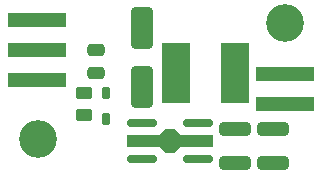
<source format=gbr>
%TF.GenerationSoftware,KiCad,Pcbnew,8.0.2-8.0.2-0~ubuntu22.04.1*%
%TF.CreationDate,2024-06-21T12:27:00+02:00*%
%TF.ProjectId,PT4115-Miniboard,50543431-3135-42d4-9d69-6e69626f6172,rev?*%
%TF.SameCoordinates,Original*%
%TF.FileFunction,Soldermask,Top*%
%TF.FilePolarity,Negative*%
%FSLAX46Y46*%
G04 Gerber Fmt 4.6, Leading zero omitted, Abs format (unit mm)*
G04 Created by KiCad (PCBNEW 8.0.2-8.0.2-0~ubuntu22.04.1) date 2024-06-21 12:27:00*
%MOMM*%
%LPD*%
G01*
G04 APERTURE LIST*
G04 Aperture macros list*
%AMRoundRect*
0 Rectangle with rounded corners*
0 $1 Rounding radius*
0 $2 $3 $4 $5 $6 $7 $8 $9 X,Y pos of 4 corners*
0 Add a 4 corners polygon primitive as box body*
4,1,4,$2,$3,$4,$5,$6,$7,$8,$9,$2,$3,0*
0 Add four circle primitives for the rounded corners*
1,1,$1+$1,$2,$3*
1,1,$1+$1,$4,$5*
1,1,$1+$1,$6,$7*
1,1,$1+$1,$8,$9*
0 Add four rect primitives between the rounded corners*
20,1,$1+$1,$2,$3,$4,$5,0*
20,1,$1+$1,$4,$5,$6,$7,0*
20,1,$1+$1,$6,$7,$8,$9,0*
20,1,$1+$1,$8,$9,$2,$3,0*%
%AMFreePoly0*
4,1,13,0.900000,0.500000,3.600000,0.500000,3.600000,-0.500000,0.900000,-0.500000,0.400000,-1.000000,-0.400000,-1.000000,-0.900000,-0.500000,-3.600000,-0.500000,-3.600000,0.500000,-0.900000,0.500000,-0.400000,1.000000,0.400000,1.000000,0.900000,0.500000,0.900000,0.500000,$1*%
G04 Aperture macros list end*
%ADD10R,5.000000X1.300000*%
%ADD11RoundRect,0.175000X-1.075000X-0.175000X1.075000X-0.175000X1.075000X0.175000X-1.075000X0.175000X0*%
%ADD12FreePoly0,0.000000*%
%ADD13C,3.200000*%
%ADD14RoundRect,0.250000X-1.075000X0.312500X-1.075000X-0.312500X1.075000X-0.312500X1.075000X0.312500X0*%
%ADD15R,2.350000X5.100000*%
%ADD16RoundRect,0.150000X0.150000X-0.400000X0.150000X0.400000X-0.150000X0.400000X-0.150000X-0.400000X0*%
%ADD17RoundRect,0.250000X-0.650000X1.500000X-0.650000X-1.500000X0.650000X-1.500000X0.650000X1.500000X0*%
%ADD18RoundRect,0.250000X0.475000X-0.250000X0.475000X0.250000X-0.475000X0.250000X-0.475000X-0.250000X0*%
%ADD19RoundRect,0.250000X0.450000X-0.262500X0.450000X0.262500X-0.450000X0.262500X-0.450000X-0.262500X0*%
G04 APERTURE END LIST*
D10*
%TO.C,J5*%
X133750000Y-108040000D03*
%TD*%
D11*
%TO.C,U1*%
X142650000Y-111750000D03*
D12*
X145000000Y-113250000D03*
D11*
X142650000Y-114750000D03*
X147350000Y-114750000D03*
X147350000Y-111750000D03*
%TD*%
D10*
%TO.C,J6*%
X133750000Y-102960000D03*
%TD*%
%TO.C,J4*%
X133750000Y-105500000D03*
%TD*%
D13*
%TO.C,H2*%
X154750000Y-103250000D03*
%TD*%
D14*
%TO.C,R2*%
X153750000Y-112187500D03*
X153750000Y-115112500D03*
%TD*%
D10*
%TO.C,J2*%
X154750000Y-107600000D03*
%TD*%
D15*
%TO.C,L1*%
X150500000Y-107450000D03*
X145500000Y-107450000D03*
%TD*%
D16*
%TO.C,D1*%
X139550000Y-111400000D03*
X139550000Y-109200000D03*
%TD*%
D14*
%TO.C,R1*%
X150500000Y-112187500D03*
X150500000Y-115112500D03*
%TD*%
D10*
%TO.C,J3*%
X154750000Y-110100000D03*
%TD*%
D17*
%TO.C,D2*%
X142600000Y-103700000D03*
X142600000Y-108700000D03*
%TD*%
D18*
%TO.C,C1*%
X138750000Y-107450000D03*
X138750000Y-105550000D03*
%TD*%
D13*
%TO.C,H1*%
X133850000Y-113100000D03*
%TD*%
D19*
%TO.C,R3*%
X137750000Y-111012500D03*
X137750000Y-109187500D03*
%TD*%
M02*

</source>
